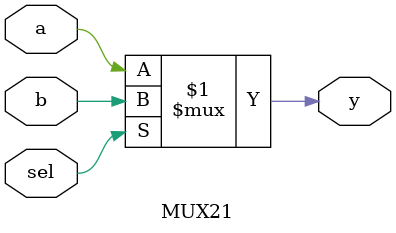
<source format=v>
`timescale 1ns / 1ps



module MUX21(
    input a,b,sel,output y
    );
    assign y= (sel)? b:a;
endmodule

</source>
